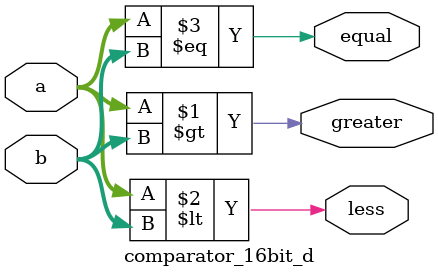
<source format=v>
module comparator_16bit_d(
    input wire [15:0] a,
    input wire [15:0] b,
    output greater,
    output less,
    output equal
);

    assign greater = (a > b);
    assign less    = (a < b);
    assign equal  = (a == b);    

endmodule

</source>
